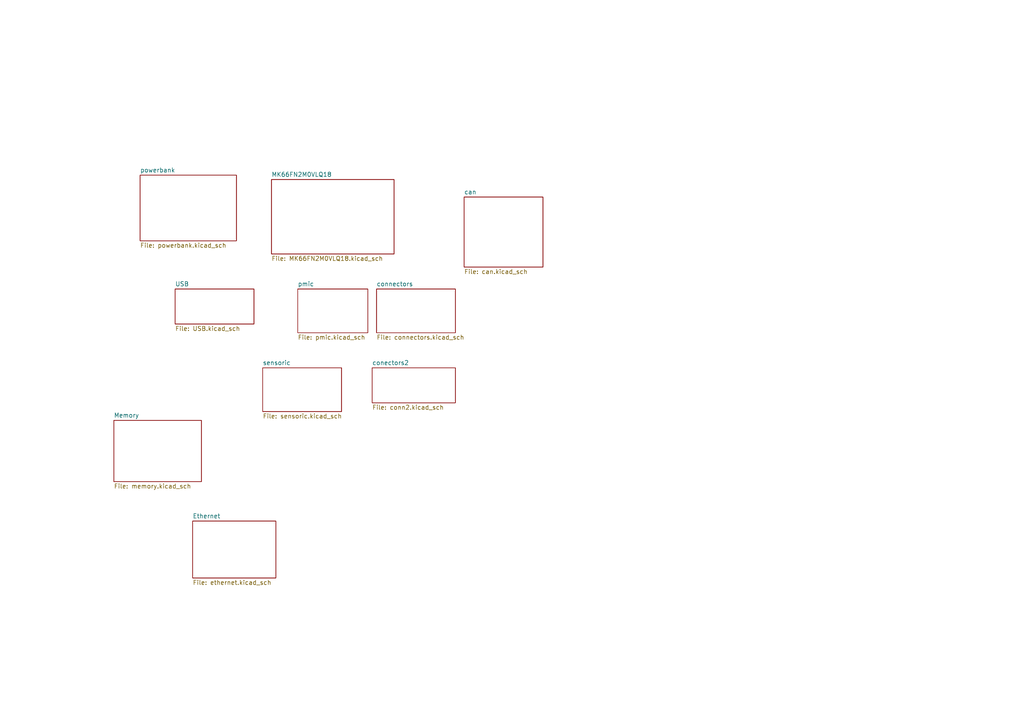
<source format=kicad_sch>
(kicad_sch
	(version 20231120)
	(generator "eeschema")
	(generator_version "8.0")
	(uuid "d91e1e98-f46f-4b9e-a82e-e7c6578685cd")
	(paper "A4")
	(lib_symbols)
	(sheet
		(at 55.88 151.13)
		(size 24.13 16.51)
		(fields_autoplaced yes)
		(stroke
			(width 0.1524)
			(type solid)
		)
		(fill
			(color 0 0 0 0.0000)
		)
		(uuid "0cfd4ece-2023-40c2-a870-a507b0760da7")
		(property "Sheetname" "Ethernet"
			(at 55.88 150.4184 0)
			(effects
				(font
					(size 1.27 1.27)
				)
				(justify left bottom)
			)
		)
		(property "Sheetfile" "ethernet.kicad_sch"
			(at 55.88 168.2246 0)
			(effects
				(font
					(size 1.27 1.27)
				)
				(justify left top)
			)
		)
		(instances
			(project "fmu_v1"
				(path "/d91e1e98-f46f-4b9e-a82e-e7c6578685cd"
					(page "10")
				)
			)
		)
	)
	(sheet
		(at 33.02 121.92)
		(size 25.4 17.78)
		(fields_autoplaced yes)
		(stroke
			(width 0.1524)
			(type solid)
		)
		(fill
			(color 0 0 0 0.0000)
		)
		(uuid "4804f094-5a46-497a-8062-ae868180a3a6")
		(property "Sheetname" "Memory"
			(at 33.02 121.2084 0)
			(effects
				(font
					(size 1.27 1.27)
				)
				(justify left bottom)
			)
		)
		(property "Sheetfile" "memory.kicad_sch"
			(at 33.02 140.2846 0)
			(effects
				(font
					(size 1.27 1.27)
				)
				(justify left top)
			)
		)
		(instances
			(project "fmu_v1"
				(path "/d91e1e98-f46f-4b9e-a82e-e7c6578685cd"
					(page "9")
				)
			)
		)
	)
	(sheet
		(at 76.2 106.68)
		(size 22.86 12.7)
		(fields_autoplaced yes)
		(stroke
			(width 0.1524)
			(type solid)
		)
		(fill
			(color 0 0 0 0.0000)
		)
		(uuid "70baaca5-4558-4f16-9156-d017f2ead75a")
		(property "Sheetname" "sensoric"
			(at 76.2 105.9684 0)
			(effects
				(font
					(size 1.27 1.27)
				)
				(justify left bottom)
			)
		)
		(property "Sheetfile" "sensoric.kicad_sch"
			(at 76.2 119.9646 0)
			(effects
				(font
					(size 1.27 1.27)
				)
				(justify left top)
			)
		)
		(instances
			(project "fmu_v1"
				(path "/d91e1e98-f46f-4b9e-a82e-e7c6578685cd"
					(page "8")
				)
			)
		)
	)
	(sheet
		(at 134.62 57.15)
		(size 22.86 20.32)
		(fields_autoplaced yes)
		(stroke
			(width 0.1524)
			(type solid)
		)
		(fill
			(color 0 0 0 0.0000)
		)
		(uuid "78536713-5193-437c-b02d-29e23c9e6cbf")
		(property "Sheetname" "can"
			(at 134.62 56.4384 0)
			(effects
				(font
					(size 1.27 1.27)
				)
				(justify left bottom)
			)
		)
		(property "Sheetfile" "can.kicad_sch"
			(at 134.62 78.0546 0)
			(effects
				(font
					(size 1.27 1.27)
				)
				(justify left top)
			)
		)
		(instances
			(project "fmu_v1"
				(path "/d91e1e98-f46f-4b9e-a82e-e7c6578685cd"
					(page "11")
				)
			)
		)
	)
	(sheet
		(at 78.74 52.07)
		(size 35.56 21.59)
		(fields_autoplaced yes)
		(stroke
			(width 0.1524)
			(type solid)
		)
		(fill
			(color 0 0 0 0.0000)
		)
		(uuid "788fdff7-85ca-4ad5-9d5a-2b0579ddeba6")
		(property "Sheetname" "MK66FN2M0VLQ18"
			(at 78.74 51.3584 0)
			(effects
				(font
					(size 1.27 1.27)
				)
				(justify left bottom)
			)
		)
		(property "Sheetfile" "MK66FN2M0VLQ18.kicad_sch"
			(at 78.74 74.2446 0)
			(effects
				(font
					(size 1.27 1.27)
				)
				(justify left top)
			)
		)
		(instances
			(project "fmu_v1"
				(path "/d91e1e98-f46f-4b9e-a82e-e7c6578685cd"
					(page "2")
				)
			)
		)
	)
	(sheet
		(at 40.64 50.8)
		(size 27.94 19.05)
		(fields_autoplaced yes)
		(stroke
			(width 0.1524)
			(type solid)
		)
		(fill
			(color 0 0 0 0.0000)
		)
		(uuid "a927cd17-f1ce-4468-b08e-78856da2be1d")
		(property "Sheetname" "powerbank"
			(at 40.64 50.0884 0)
			(effects
				(font
					(size 1.27 1.27)
				)
				(justify left bottom)
			)
		)
		(property "Sheetfile" "powerbank.kicad_sch"
			(at 40.64 70.4346 0)
			(effects
				(font
					(size 1.27 1.27)
				)
				(justify left top)
			)
		)
		(instances
			(project "fmu_v1"
				(path "/d91e1e98-f46f-4b9e-a82e-e7c6578685cd"
					(page "3")
				)
			)
		)
	)
	(sheet
		(at 107.95 106.68)
		(size 24.13 10.16)
		(fields_autoplaced yes)
		(stroke
			(width 0.1524)
			(type solid)
		)
		(fill
			(color 0 0 0 0.0000)
		)
		(uuid "b765d304-5a29-4cab-a201-1336c14f9805")
		(property "Sheetname" "conectors2"
			(at 107.95 105.9684 0)
			(effects
				(font
					(size 1.27 1.27)
				)
				(justify left bottom)
			)
		)
		(property "Sheetfile" "conn2.kicad_sch"
			(at 107.95 117.4246 0)
			(effects
				(font
					(size 1.27 1.27)
				)
				(justify left top)
			)
		)
		(instances
			(project "fmu_v1"
				(path "/d91e1e98-f46f-4b9e-a82e-e7c6578685cd"
					(page "7")
				)
			)
		)
	)
	(sheet
		(at 50.8 83.82)
		(size 22.86 10.16)
		(fields_autoplaced yes)
		(stroke
			(width 0.1524)
			(type solid)
		)
		(fill
			(color 0 0 0 0.0000)
		)
		(uuid "d7b0b75a-bfde-4ccc-868d-d8d3ec898ac1")
		(property "Sheetname" "USB"
			(at 50.8 83.1084 0)
			(effects
				(font
					(size 1.27 1.27)
				)
				(justify left bottom)
			)
		)
		(property "Sheetfile" "USB.kicad_sch"
			(at 50.8 94.5646 0)
			(effects
				(font
					(size 1.27 1.27)
				)
				(justify left top)
			)
		)
		(instances
			(project "fmu_v1"
				(path "/d91e1e98-f46f-4b9e-a82e-e7c6578685cd"
					(page "4")
				)
			)
		)
	)
	(sheet
		(at 109.22 83.82)
		(size 22.86 12.7)
		(fields_autoplaced yes)
		(stroke
			(width 0.1524)
			(type solid)
		)
		(fill
			(color 0 0 0 0.0000)
		)
		(uuid "e093485f-5605-4953-a727-35edbeda08b7")
		(property "Sheetname" "connectors"
			(at 109.22 83.1084 0)
			(effects
				(font
					(size 1.27 1.27)
				)
				(justify left bottom)
			)
		)
		(property "Sheetfile" "connectors.kicad_sch"
			(at 109.22 97.1046 0)
			(effects
				(font
					(size 1.27 1.27)
				)
				(justify left top)
			)
		)
		(instances
			(project "fmu_v1"
				(path "/d91e1e98-f46f-4b9e-a82e-e7c6578685cd"
					(page "6")
				)
			)
		)
	)
	(sheet
		(at 86.36 83.82)
		(size 20.32 12.7)
		(fields_autoplaced yes)
		(stroke
			(width 0.1524)
			(type solid)
		)
		(fill
			(color 0 0 0 0.0000)
		)
		(uuid "ecc17779-8dc3-478d-9422-959d653b63f6")
		(property "Sheetname" "pmic"
			(at 86.36 83.1084 0)
			(effects
				(font
					(size 1.27 1.27)
				)
				(justify left bottom)
			)
		)
		(property "Sheetfile" "pmic.kicad_sch"
			(at 86.36 97.1046 0)
			(effects
				(font
					(size 1.27 1.27)
				)
				(justify left top)
			)
		)
		(instances
			(project "fmu_v1"
				(path "/d91e1e98-f46f-4b9e-a82e-e7c6578685cd"
					(page "5")
				)
			)
		)
	)
	(sheet_instances
		(path "/"
			(page "1")
		)
	)
)

</source>
